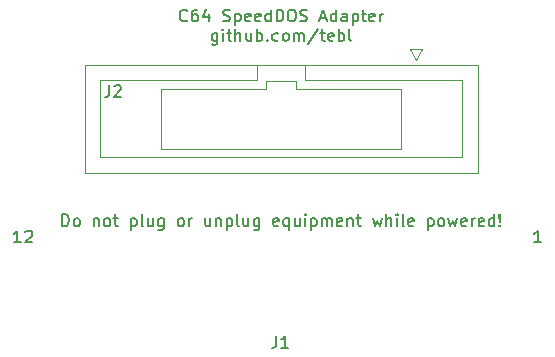
<source format=gto>
%TF.GenerationSoftware,KiCad,Pcbnew,(5.1.8)-1*%
%TF.CreationDate,2021-03-10T03:26:46+01:00*%
%TF.ProjectId,C64 SpeedDOS Adapter,43363420-5370-4656-9564-444f53204164,rev?*%
%TF.SameCoordinates,Original*%
%TF.FileFunction,Legend,Top*%
%TF.FilePolarity,Positive*%
%FSLAX46Y46*%
G04 Gerber Fmt 4.6, Leading zero omitted, Abs format (unit mm)*
G04 Created by KiCad (PCBNEW (5.1.8)-1) date 2021-03-10 03:26:46*
%MOMM*%
%LPD*%
G01*
G04 APERTURE LIST*
%ADD10C,0.150000*%
%ADD11C,0.120000*%
G04 APERTURE END LIST*
D10*
X133114190Y-100528380D02*
X133114190Y-99528380D01*
X133352285Y-99528380D01*
X133495142Y-99576000D01*
X133590380Y-99671238D01*
X133638000Y-99766476D01*
X133685619Y-99956952D01*
X133685619Y-100099809D01*
X133638000Y-100290285D01*
X133590380Y-100385523D01*
X133495142Y-100480761D01*
X133352285Y-100528380D01*
X133114190Y-100528380D01*
X134257047Y-100528380D02*
X134161809Y-100480761D01*
X134114190Y-100433142D01*
X134066571Y-100337904D01*
X134066571Y-100052190D01*
X134114190Y-99956952D01*
X134161809Y-99909333D01*
X134257047Y-99861714D01*
X134399904Y-99861714D01*
X134495142Y-99909333D01*
X134542761Y-99956952D01*
X134590380Y-100052190D01*
X134590380Y-100337904D01*
X134542761Y-100433142D01*
X134495142Y-100480761D01*
X134399904Y-100528380D01*
X134257047Y-100528380D01*
X135780857Y-99861714D02*
X135780857Y-100528380D01*
X135780857Y-99956952D02*
X135828476Y-99909333D01*
X135923714Y-99861714D01*
X136066571Y-99861714D01*
X136161809Y-99909333D01*
X136209428Y-100004571D01*
X136209428Y-100528380D01*
X136828476Y-100528380D02*
X136733238Y-100480761D01*
X136685619Y-100433142D01*
X136638000Y-100337904D01*
X136638000Y-100052190D01*
X136685619Y-99956952D01*
X136733238Y-99909333D01*
X136828476Y-99861714D01*
X136971333Y-99861714D01*
X137066571Y-99909333D01*
X137114190Y-99956952D01*
X137161809Y-100052190D01*
X137161809Y-100337904D01*
X137114190Y-100433142D01*
X137066571Y-100480761D01*
X136971333Y-100528380D01*
X136828476Y-100528380D01*
X137447523Y-99861714D02*
X137828476Y-99861714D01*
X137590380Y-99528380D02*
X137590380Y-100385523D01*
X137638000Y-100480761D01*
X137733238Y-100528380D01*
X137828476Y-100528380D01*
X138923714Y-99861714D02*
X138923714Y-100861714D01*
X138923714Y-99909333D02*
X139018952Y-99861714D01*
X139209428Y-99861714D01*
X139304666Y-99909333D01*
X139352285Y-99956952D01*
X139399904Y-100052190D01*
X139399904Y-100337904D01*
X139352285Y-100433142D01*
X139304666Y-100480761D01*
X139209428Y-100528380D01*
X139018952Y-100528380D01*
X138923714Y-100480761D01*
X139971333Y-100528380D02*
X139876095Y-100480761D01*
X139828476Y-100385523D01*
X139828476Y-99528380D01*
X140780857Y-99861714D02*
X140780857Y-100528380D01*
X140352285Y-99861714D02*
X140352285Y-100385523D01*
X140399904Y-100480761D01*
X140495142Y-100528380D01*
X140638000Y-100528380D01*
X140733238Y-100480761D01*
X140780857Y-100433142D01*
X141685619Y-99861714D02*
X141685619Y-100671238D01*
X141638000Y-100766476D01*
X141590380Y-100814095D01*
X141495142Y-100861714D01*
X141352285Y-100861714D01*
X141257047Y-100814095D01*
X141685619Y-100480761D02*
X141590380Y-100528380D01*
X141399904Y-100528380D01*
X141304666Y-100480761D01*
X141257047Y-100433142D01*
X141209428Y-100337904D01*
X141209428Y-100052190D01*
X141257047Y-99956952D01*
X141304666Y-99909333D01*
X141399904Y-99861714D01*
X141590380Y-99861714D01*
X141685619Y-99909333D01*
X143066571Y-100528380D02*
X142971333Y-100480761D01*
X142923714Y-100433142D01*
X142876095Y-100337904D01*
X142876095Y-100052190D01*
X142923714Y-99956952D01*
X142971333Y-99909333D01*
X143066571Y-99861714D01*
X143209428Y-99861714D01*
X143304666Y-99909333D01*
X143352285Y-99956952D01*
X143399904Y-100052190D01*
X143399904Y-100337904D01*
X143352285Y-100433142D01*
X143304666Y-100480761D01*
X143209428Y-100528380D01*
X143066571Y-100528380D01*
X143828476Y-100528380D02*
X143828476Y-99861714D01*
X143828476Y-100052190D02*
X143876095Y-99956952D01*
X143923714Y-99909333D01*
X144018952Y-99861714D01*
X144114190Y-99861714D01*
X145638000Y-99861714D02*
X145638000Y-100528380D01*
X145209428Y-99861714D02*
X145209428Y-100385523D01*
X145257047Y-100480761D01*
X145352285Y-100528380D01*
X145495142Y-100528380D01*
X145590380Y-100480761D01*
X145638000Y-100433142D01*
X146114190Y-99861714D02*
X146114190Y-100528380D01*
X146114190Y-99956952D02*
X146161809Y-99909333D01*
X146257047Y-99861714D01*
X146399904Y-99861714D01*
X146495142Y-99909333D01*
X146542761Y-100004571D01*
X146542761Y-100528380D01*
X147018952Y-99861714D02*
X147018952Y-100861714D01*
X147018952Y-99909333D02*
X147114190Y-99861714D01*
X147304666Y-99861714D01*
X147399904Y-99909333D01*
X147447523Y-99956952D01*
X147495142Y-100052190D01*
X147495142Y-100337904D01*
X147447523Y-100433142D01*
X147399904Y-100480761D01*
X147304666Y-100528380D01*
X147114190Y-100528380D01*
X147018952Y-100480761D01*
X148066571Y-100528380D02*
X147971333Y-100480761D01*
X147923714Y-100385523D01*
X147923714Y-99528380D01*
X148876095Y-99861714D02*
X148876095Y-100528380D01*
X148447523Y-99861714D02*
X148447523Y-100385523D01*
X148495142Y-100480761D01*
X148590380Y-100528380D01*
X148733238Y-100528380D01*
X148828476Y-100480761D01*
X148876095Y-100433142D01*
X149780857Y-99861714D02*
X149780857Y-100671238D01*
X149733238Y-100766476D01*
X149685619Y-100814095D01*
X149590380Y-100861714D01*
X149447523Y-100861714D01*
X149352285Y-100814095D01*
X149780857Y-100480761D02*
X149685619Y-100528380D01*
X149495142Y-100528380D01*
X149399904Y-100480761D01*
X149352285Y-100433142D01*
X149304666Y-100337904D01*
X149304666Y-100052190D01*
X149352285Y-99956952D01*
X149399904Y-99909333D01*
X149495142Y-99861714D01*
X149685619Y-99861714D01*
X149780857Y-99909333D01*
X151399904Y-100480761D02*
X151304666Y-100528380D01*
X151114190Y-100528380D01*
X151018952Y-100480761D01*
X150971333Y-100385523D01*
X150971333Y-100004571D01*
X151018952Y-99909333D01*
X151114190Y-99861714D01*
X151304666Y-99861714D01*
X151399904Y-99909333D01*
X151447523Y-100004571D01*
X151447523Y-100099809D01*
X150971333Y-100195047D01*
X152304666Y-99861714D02*
X152304666Y-100861714D01*
X152304666Y-100480761D02*
X152209428Y-100528380D01*
X152018952Y-100528380D01*
X151923714Y-100480761D01*
X151876095Y-100433142D01*
X151828476Y-100337904D01*
X151828476Y-100052190D01*
X151876095Y-99956952D01*
X151923714Y-99909333D01*
X152018952Y-99861714D01*
X152209428Y-99861714D01*
X152304666Y-99909333D01*
X153209428Y-99861714D02*
X153209428Y-100528380D01*
X152780857Y-99861714D02*
X152780857Y-100385523D01*
X152828476Y-100480761D01*
X152923714Y-100528380D01*
X153066571Y-100528380D01*
X153161809Y-100480761D01*
X153209428Y-100433142D01*
X153685619Y-100528380D02*
X153685619Y-99861714D01*
X153685619Y-99528380D02*
X153638000Y-99576000D01*
X153685619Y-99623619D01*
X153733238Y-99576000D01*
X153685619Y-99528380D01*
X153685619Y-99623619D01*
X154161809Y-99861714D02*
X154161809Y-100861714D01*
X154161809Y-99909333D02*
X154257047Y-99861714D01*
X154447523Y-99861714D01*
X154542761Y-99909333D01*
X154590380Y-99956952D01*
X154638000Y-100052190D01*
X154638000Y-100337904D01*
X154590380Y-100433142D01*
X154542761Y-100480761D01*
X154447523Y-100528380D01*
X154257047Y-100528380D01*
X154161809Y-100480761D01*
X155066571Y-100528380D02*
X155066571Y-99861714D01*
X155066571Y-99956952D02*
X155114190Y-99909333D01*
X155209428Y-99861714D01*
X155352285Y-99861714D01*
X155447523Y-99909333D01*
X155495142Y-100004571D01*
X155495142Y-100528380D01*
X155495142Y-100004571D02*
X155542761Y-99909333D01*
X155638000Y-99861714D01*
X155780857Y-99861714D01*
X155876095Y-99909333D01*
X155923714Y-100004571D01*
X155923714Y-100528380D01*
X156780857Y-100480761D02*
X156685619Y-100528380D01*
X156495142Y-100528380D01*
X156399904Y-100480761D01*
X156352285Y-100385523D01*
X156352285Y-100004571D01*
X156399904Y-99909333D01*
X156495142Y-99861714D01*
X156685619Y-99861714D01*
X156780857Y-99909333D01*
X156828476Y-100004571D01*
X156828476Y-100099809D01*
X156352285Y-100195047D01*
X157257047Y-99861714D02*
X157257047Y-100528380D01*
X157257047Y-99956952D02*
X157304666Y-99909333D01*
X157399904Y-99861714D01*
X157542761Y-99861714D01*
X157638000Y-99909333D01*
X157685619Y-100004571D01*
X157685619Y-100528380D01*
X158018952Y-99861714D02*
X158399904Y-99861714D01*
X158161809Y-99528380D02*
X158161809Y-100385523D01*
X158209428Y-100480761D01*
X158304666Y-100528380D01*
X158399904Y-100528380D01*
X159399904Y-99861714D02*
X159590380Y-100528380D01*
X159780857Y-100052190D01*
X159971333Y-100528380D01*
X160161809Y-99861714D01*
X160542761Y-100528380D02*
X160542761Y-99528380D01*
X160971333Y-100528380D02*
X160971333Y-100004571D01*
X160923714Y-99909333D01*
X160828476Y-99861714D01*
X160685619Y-99861714D01*
X160590380Y-99909333D01*
X160542761Y-99956952D01*
X161447523Y-100528380D02*
X161447523Y-99861714D01*
X161447523Y-99528380D02*
X161399904Y-99576000D01*
X161447523Y-99623619D01*
X161495142Y-99576000D01*
X161447523Y-99528380D01*
X161447523Y-99623619D01*
X162066571Y-100528380D02*
X161971333Y-100480761D01*
X161923714Y-100385523D01*
X161923714Y-99528380D01*
X162828476Y-100480761D02*
X162733238Y-100528380D01*
X162542761Y-100528380D01*
X162447523Y-100480761D01*
X162399904Y-100385523D01*
X162399904Y-100004571D01*
X162447523Y-99909333D01*
X162542761Y-99861714D01*
X162733238Y-99861714D01*
X162828476Y-99909333D01*
X162876095Y-100004571D01*
X162876095Y-100099809D01*
X162399904Y-100195047D01*
X164066571Y-99861714D02*
X164066571Y-100861714D01*
X164066571Y-99909333D02*
X164161809Y-99861714D01*
X164352285Y-99861714D01*
X164447523Y-99909333D01*
X164495142Y-99956952D01*
X164542761Y-100052190D01*
X164542761Y-100337904D01*
X164495142Y-100433142D01*
X164447523Y-100480761D01*
X164352285Y-100528380D01*
X164161809Y-100528380D01*
X164066571Y-100480761D01*
X165114190Y-100528380D02*
X165018952Y-100480761D01*
X164971333Y-100433142D01*
X164923714Y-100337904D01*
X164923714Y-100052190D01*
X164971333Y-99956952D01*
X165018952Y-99909333D01*
X165114190Y-99861714D01*
X165257047Y-99861714D01*
X165352285Y-99909333D01*
X165399904Y-99956952D01*
X165447523Y-100052190D01*
X165447523Y-100337904D01*
X165399904Y-100433142D01*
X165352285Y-100480761D01*
X165257047Y-100528380D01*
X165114190Y-100528380D01*
X165780857Y-99861714D02*
X165971333Y-100528380D01*
X166161809Y-100052190D01*
X166352285Y-100528380D01*
X166542761Y-99861714D01*
X167304666Y-100480761D02*
X167209428Y-100528380D01*
X167018952Y-100528380D01*
X166923714Y-100480761D01*
X166876095Y-100385523D01*
X166876095Y-100004571D01*
X166923714Y-99909333D01*
X167018952Y-99861714D01*
X167209428Y-99861714D01*
X167304666Y-99909333D01*
X167352285Y-100004571D01*
X167352285Y-100099809D01*
X166876095Y-100195047D01*
X167780857Y-100528380D02*
X167780857Y-99861714D01*
X167780857Y-100052190D02*
X167828476Y-99956952D01*
X167876095Y-99909333D01*
X167971333Y-99861714D01*
X168066571Y-99861714D01*
X168780857Y-100480761D02*
X168685619Y-100528380D01*
X168495142Y-100528380D01*
X168399904Y-100480761D01*
X168352285Y-100385523D01*
X168352285Y-100004571D01*
X168399904Y-99909333D01*
X168495142Y-99861714D01*
X168685619Y-99861714D01*
X168780857Y-99909333D01*
X168828476Y-100004571D01*
X168828476Y-100099809D01*
X168352285Y-100195047D01*
X169685619Y-100528380D02*
X169685619Y-99528380D01*
X169685619Y-100480761D02*
X169590380Y-100528380D01*
X169399904Y-100528380D01*
X169304666Y-100480761D01*
X169257047Y-100433142D01*
X169209428Y-100337904D01*
X169209428Y-100052190D01*
X169257047Y-99956952D01*
X169304666Y-99909333D01*
X169399904Y-99861714D01*
X169590380Y-99861714D01*
X169685619Y-99909333D01*
X170161809Y-100433142D02*
X170209428Y-100480761D01*
X170161809Y-100528380D01*
X170114190Y-100480761D01*
X170161809Y-100433142D01*
X170161809Y-100528380D01*
X170161809Y-100147428D02*
X170114190Y-99576000D01*
X170161809Y-99528380D01*
X170209428Y-99576000D01*
X170161809Y-100147428D01*
X170161809Y-99528380D01*
X143685619Y-83098142D02*
X143638000Y-83145761D01*
X143495142Y-83193380D01*
X143399904Y-83193380D01*
X143257047Y-83145761D01*
X143161809Y-83050523D01*
X143114190Y-82955285D01*
X143066571Y-82764809D01*
X143066571Y-82621952D01*
X143114190Y-82431476D01*
X143161809Y-82336238D01*
X143257047Y-82241000D01*
X143399904Y-82193380D01*
X143495142Y-82193380D01*
X143638000Y-82241000D01*
X143685619Y-82288619D01*
X144542761Y-82193380D02*
X144352285Y-82193380D01*
X144257047Y-82241000D01*
X144209428Y-82288619D01*
X144114190Y-82431476D01*
X144066571Y-82621952D01*
X144066571Y-83002904D01*
X144114190Y-83098142D01*
X144161809Y-83145761D01*
X144257047Y-83193380D01*
X144447523Y-83193380D01*
X144542761Y-83145761D01*
X144590380Y-83098142D01*
X144638000Y-83002904D01*
X144638000Y-82764809D01*
X144590380Y-82669571D01*
X144542761Y-82621952D01*
X144447523Y-82574333D01*
X144257047Y-82574333D01*
X144161809Y-82621952D01*
X144114190Y-82669571D01*
X144066571Y-82764809D01*
X145495142Y-82526714D02*
X145495142Y-83193380D01*
X145257047Y-82145761D02*
X145018952Y-82860047D01*
X145638000Y-82860047D01*
X146733238Y-83145761D02*
X146876095Y-83193380D01*
X147114190Y-83193380D01*
X147209428Y-83145761D01*
X147257047Y-83098142D01*
X147304666Y-83002904D01*
X147304666Y-82907666D01*
X147257047Y-82812428D01*
X147209428Y-82764809D01*
X147114190Y-82717190D01*
X146923714Y-82669571D01*
X146828476Y-82621952D01*
X146780857Y-82574333D01*
X146733238Y-82479095D01*
X146733238Y-82383857D01*
X146780857Y-82288619D01*
X146828476Y-82241000D01*
X146923714Y-82193380D01*
X147161809Y-82193380D01*
X147304666Y-82241000D01*
X147733238Y-82526714D02*
X147733238Y-83526714D01*
X147733238Y-82574333D02*
X147828476Y-82526714D01*
X148018952Y-82526714D01*
X148114190Y-82574333D01*
X148161809Y-82621952D01*
X148209428Y-82717190D01*
X148209428Y-83002904D01*
X148161809Y-83098142D01*
X148114190Y-83145761D01*
X148018952Y-83193380D01*
X147828476Y-83193380D01*
X147733238Y-83145761D01*
X149018952Y-83145761D02*
X148923714Y-83193380D01*
X148733238Y-83193380D01*
X148638000Y-83145761D01*
X148590380Y-83050523D01*
X148590380Y-82669571D01*
X148638000Y-82574333D01*
X148733238Y-82526714D01*
X148923714Y-82526714D01*
X149018952Y-82574333D01*
X149066571Y-82669571D01*
X149066571Y-82764809D01*
X148590380Y-82860047D01*
X149876095Y-83145761D02*
X149780857Y-83193380D01*
X149590380Y-83193380D01*
X149495142Y-83145761D01*
X149447523Y-83050523D01*
X149447523Y-82669571D01*
X149495142Y-82574333D01*
X149590380Y-82526714D01*
X149780857Y-82526714D01*
X149876095Y-82574333D01*
X149923714Y-82669571D01*
X149923714Y-82764809D01*
X149447523Y-82860047D01*
X150780857Y-83193380D02*
X150780857Y-82193380D01*
X150780857Y-83145761D02*
X150685619Y-83193380D01*
X150495142Y-83193380D01*
X150399904Y-83145761D01*
X150352285Y-83098142D01*
X150304666Y-83002904D01*
X150304666Y-82717190D01*
X150352285Y-82621952D01*
X150399904Y-82574333D01*
X150495142Y-82526714D01*
X150685619Y-82526714D01*
X150780857Y-82574333D01*
X151257047Y-83193380D02*
X151257047Y-82193380D01*
X151495142Y-82193380D01*
X151638000Y-82241000D01*
X151733238Y-82336238D01*
X151780857Y-82431476D01*
X151828476Y-82621952D01*
X151828476Y-82764809D01*
X151780857Y-82955285D01*
X151733238Y-83050523D01*
X151638000Y-83145761D01*
X151495142Y-83193380D01*
X151257047Y-83193380D01*
X152447523Y-82193380D02*
X152638000Y-82193380D01*
X152733238Y-82241000D01*
X152828476Y-82336238D01*
X152876095Y-82526714D01*
X152876095Y-82860047D01*
X152828476Y-83050523D01*
X152733238Y-83145761D01*
X152638000Y-83193380D01*
X152447523Y-83193380D01*
X152352285Y-83145761D01*
X152257047Y-83050523D01*
X152209428Y-82860047D01*
X152209428Y-82526714D01*
X152257047Y-82336238D01*
X152352285Y-82241000D01*
X152447523Y-82193380D01*
X153257047Y-83145761D02*
X153399904Y-83193380D01*
X153638000Y-83193380D01*
X153733238Y-83145761D01*
X153780857Y-83098142D01*
X153828476Y-83002904D01*
X153828476Y-82907666D01*
X153780857Y-82812428D01*
X153733238Y-82764809D01*
X153638000Y-82717190D01*
X153447523Y-82669571D01*
X153352285Y-82621952D01*
X153304666Y-82574333D01*
X153257047Y-82479095D01*
X153257047Y-82383857D01*
X153304666Y-82288619D01*
X153352285Y-82241000D01*
X153447523Y-82193380D01*
X153685619Y-82193380D01*
X153828476Y-82241000D01*
X154971333Y-82907666D02*
X155447523Y-82907666D01*
X154876095Y-83193380D02*
X155209428Y-82193380D01*
X155542761Y-83193380D01*
X156304666Y-83193380D02*
X156304666Y-82193380D01*
X156304666Y-83145761D02*
X156209428Y-83193380D01*
X156018952Y-83193380D01*
X155923714Y-83145761D01*
X155876095Y-83098142D01*
X155828476Y-83002904D01*
X155828476Y-82717190D01*
X155876095Y-82621952D01*
X155923714Y-82574333D01*
X156018952Y-82526714D01*
X156209428Y-82526714D01*
X156304666Y-82574333D01*
X157209428Y-83193380D02*
X157209428Y-82669571D01*
X157161809Y-82574333D01*
X157066571Y-82526714D01*
X156876095Y-82526714D01*
X156780857Y-82574333D01*
X157209428Y-83145761D02*
X157114190Y-83193380D01*
X156876095Y-83193380D01*
X156780857Y-83145761D01*
X156733238Y-83050523D01*
X156733238Y-82955285D01*
X156780857Y-82860047D01*
X156876095Y-82812428D01*
X157114190Y-82812428D01*
X157209428Y-82764809D01*
X157685619Y-82526714D02*
X157685619Y-83526714D01*
X157685619Y-82574333D02*
X157780857Y-82526714D01*
X157971333Y-82526714D01*
X158066571Y-82574333D01*
X158114190Y-82621952D01*
X158161809Y-82717190D01*
X158161809Y-83002904D01*
X158114190Y-83098142D01*
X158066571Y-83145761D01*
X157971333Y-83193380D01*
X157780857Y-83193380D01*
X157685619Y-83145761D01*
X158447523Y-82526714D02*
X158828476Y-82526714D01*
X158590380Y-82193380D02*
X158590380Y-83050523D01*
X158637999Y-83145761D01*
X158733238Y-83193380D01*
X158828476Y-83193380D01*
X159542761Y-83145761D02*
X159447523Y-83193380D01*
X159257047Y-83193380D01*
X159161809Y-83145761D01*
X159114190Y-83050523D01*
X159114190Y-82669571D01*
X159161809Y-82574333D01*
X159257047Y-82526714D01*
X159447523Y-82526714D01*
X159542761Y-82574333D01*
X159590380Y-82669571D01*
X159590380Y-82764809D01*
X159114190Y-82860047D01*
X160018952Y-83193380D02*
X160018952Y-82526714D01*
X160018952Y-82717190D02*
X160066571Y-82621952D01*
X160114190Y-82574333D01*
X160209428Y-82526714D01*
X160304666Y-82526714D01*
X146233238Y-84176714D02*
X146233238Y-84986238D01*
X146185619Y-85081476D01*
X146138000Y-85129095D01*
X146042761Y-85176714D01*
X145899904Y-85176714D01*
X145804666Y-85129095D01*
X146233238Y-84795761D02*
X146138000Y-84843380D01*
X145947523Y-84843380D01*
X145852285Y-84795761D01*
X145804666Y-84748142D01*
X145757047Y-84652904D01*
X145757047Y-84367190D01*
X145804666Y-84271952D01*
X145852285Y-84224333D01*
X145947523Y-84176714D01*
X146138000Y-84176714D01*
X146233238Y-84224333D01*
X146709428Y-84843380D02*
X146709428Y-84176714D01*
X146709428Y-83843380D02*
X146661809Y-83891000D01*
X146709428Y-83938619D01*
X146757047Y-83891000D01*
X146709428Y-83843380D01*
X146709428Y-83938619D01*
X147042761Y-84176714D02*
X147423714Y-84176714D01*
X147185619Y-83843380D02*
X147185619Y-84700523D01*
X147233238Y-84795761D01*
X147328476Y-84843380D01*
X147423714Y-84843380D01*
X147757047Y-84843380D02*
X147757047Y-83843380D01*
X148185619Y-84843380D02*
X148185619Y-84319571D01*
X148138000Y-84224333D01*
X148042761Y-84176714D01*
X147899904Y-84176714D01*
X147804666Y-84224333D01*
X147757047Y-84271952D01*
X149090380Y-84176714D02*
X149090380Y-84843380D01*
X148661809Y-84176714D02*
X148661809Y-84700523D01*
X148709428Y-84795761D01*
X148804666Y-84843380D01*
X148947523Y-84843380D01*
X149042761Y-84795761D01*
X149090380Y-84748142D01*
X149566571Y-84843380D02*
X149566571Y-83843380D01*
X149566571Y-84224333D02*
X149661809Y-84176714D01*
X149852285Y-84176714D01*
X149947523Y-84224333D01*
X149995142Y-84271952D01*
X150042761Y-84367190D01*
X150042761Y-84652904D01*
X149995142Y-84748142D01*
X149947523Y-84795761D01*
X149852285Y-84843380D01*
X149661809Y-84843380D01*
X149566571Y-84795761D01*
X150471333Y-84748142D02*
X150518952Y-84795761D01*
X150471333Y-84843380D01*
X150423714Y-84795761D01*
X150471333Y-84748142D01*
X150471333Y-84843380D01*
X151376095Y-84795761D02*
X151280857Y-84843380D01*
X151090380Y-84843380D01*
X150995142Y-84795761D01*
X150947523Y-84748142D01*
X150899904Y-84652904D01*
X150899904Y-84367190D01*
X150947523Y-84271952D01*
X150995142Y-84224333D01*
X151090380Y-84176714D01*
X151280857Y-84176714D01*
X151376095Y-84224333D01*
X151947523Y-84843380D02*
X151852285Y-84795761D01*
X151804666Y-84748142D01*
X151757047Y-84652904D01*
X151757047Y-84367190D01*
X151804666Y-84271952D01*
X151852285Y-84224333D01*
X151947523Y-84176714D01*
X152090380Y-84176714D01*
X152185619Y-84224333D01*
X152233238Y-84271952D01*
X152280857Y-84367190D01*
X152280857Y-84652904D01*
X152233238Y-84748142D01*
X152185619Y-84795761D01*
X152090380Y-84843380D01*
X151947523Y-84843380D01*
X152709428Y-84843380D02*
X152709428Y-84176714D01*
X152709428Y-84271952D02*
X152757047Y-84224333D01*
X152852285Y-84176714D01*
X152995142Y-84176714D01*
X153090380Y-84224333D01*
X153138000Y-84319571D01*
X153138000Y-84843380D01*
X153138000Y-84319571D02*
X153185619Y-84224333D01*
X153280857Y-84176714D01*
X153423714Y-84176714D01*
X153518952Y-84224333D01*
X153566571Y-84319571D01*
X153566571Y-84843380D01*
X154757047Y-83795761D02*
X153899904Y-85081476D01*
X154947523Y-84176714D02*
X155328476Y-84176714D01*
X155090380Y-83843380D02*
X155090380Y-84700523D01*
X155138000Y-84795761D01*
X155233238Y-84843380D01*
X155328476Y-84843380D01*
X156042761Y-84795761D02*
X155947523Y-84843380D01*
X155757047Y-84843380D01*
X155661809Y-84795761D01*
X155614190Y-84700523D01*
X155614190Y-84319571D01*
X155661809Y-84224333D01*
X155757047Y-84176714D01*
X155947523Y-84176714D01*
X156042761Y-84224333D01*
X156090380Y-84319571D01*
X156090380Y-84414809D01*
X155614190Y-84510047D01*
X156518952Y-84843380D02*
X156518952Y-83843380D01*
X156518952Y-84224333D02*
X156614190Y-84176714D01*
X156804666Y-84176714D01*
X156899904Y-84224333D01*
X156947523Y-84271952D01*
X156995142Y-84367190D01*
X156995142Y-84652904D01*
X156947523Y-84748142D01*
X156899904Y-84795761D01*
X156804666Y-84843380D01*
X156614190Y-84843380D01*
X156518952Y-84795761D01*
X157566571Y-84843380D02*
X157471333Y-84795761D01*
X157423714Y-84700523D01*
X157423714Y-83843380D01*
D11*
%TO.C,J2*%
X168278000Y-86880000D02*
X168278000Y-96000000D01*
X168278000Y-96000000D02*
X134998000Y-96000000D01*
X134998000Y-96000000D02*
X134998000Y-86880000D01*
X134998000Y-86880000D02*
X168278000Y-86880000D01*
X153688000Y-86880000D02*
X153688000Y-88190000D01*
X153688000Y-88190000D02*
X166978000Y-88190000D01*
X166978000Y-88190000D02*
X166978000Y-94690000D01*
X166978000Y-94690000D02*
X136298000Y-94690000D01*
X136298000Y-94690000D02*
X136298000Y-88190000D01*
X136298000Y-88190000D02*
X149588000Y-88190000D01*
X149588000Y-88190000D02*
X149588000Y-88190000D01*
X149588000Y-88190000D02*
X149588000Y-86880000D01*
X163068000Y-86490000D02*
X163568000Y-85490000D01*
X163568000Y-85490000D02*
X162568000Y-85490000D01*
X162568000Y-85490000D02*
X163068000Y-86490000D01*
X161798000Y-88900000D02*
X161798000Y-93980000D01*
X161798000Y-93980000D02*
X141478000Y-93980000D01*
X141478000Y-93980000D02*
X141478000Y-88900000D01*
X141478000Y-88900000D02*
X150368000Y-88900000D01*
X150368000Y-88900000D02*
X150368000Y-88265000D01*
X150368000Y-88265000D02*
X152908000Y-88265000D01*
X152908000Y-88265000D02*
X152908000Y-88900000D01*
X152908000Y-88900000D02*
X161798000Y-88900000D01*
%TO.C,J1*%
D10*
X151241666Y-109812380D02*
X151241666Y-110526666D01*
X151194047Y-110669523D01*
X151098809Y-110764761D01*
X150955952Y-110812380D01*
X150860714Y-110812380D01*
X152241666Y-110812380D02*
X151670238Y-110812380D01*
X151955952Y-110812380D02*
X151955952Y-109812380D01*
X151860714Y-109955238D01*
X151765476Y-110050476D01*
X151670238Y-110098095D01*
X129604523Y-101902380D02*
X129033095Y-101902380D01*
X129318809Y-101902380D02*
X129318809Y-100902380D01*
X129223571Y-101045238D01*
X129128333Y-101140476D01*
X129033095Y-101188095D01*
X129985476Y-100997619D02*
X130033095Y-100950000D01*
X130128333Y-100902380D01*
X130366428Y-100902380D01*
X130461666Y-100950000D01*
X130509285Y-100997619D01*
X130556904Y-101092857D01*
X130556904Y-101188095D01*
X130509285Y-101330952D01*
X129937857Y-101902380D01*
X130556904Y-101902380D01*
X173640714Y-101902380D02*
X173069285Y-101902380D01*
X173355000Y-101902380D02*
X173355000Y-100902380D01*
X173259761Y-101045238D01*
X173164523Y-101140476D01*
X173069285Y-101188095D01*
%TO.C,J2*%
X137080666Y-88606380D02*
X137080666Y-89320666D01*
X137033047Y-89463523D01*
X136937809Y-89558761D01*
X136794952Y-89606380D01*
X136699714Y-89606380D01*
X137509238Y-88701619D02*
X137556857Y-88654000D01*
X137652095Y-88606380D01*
X137890190Y-88606380D01*
X137985428Y-88654000D01*
X138033047Y-88701619D01*
X138080666Y-88796857D01*
X138080666Y-88892095D01*
X138033047Y-89034952D01*
X137461619Y-89606380D01*
X138080666Y-89606380D01*
%TD*%
M02*

</source>
